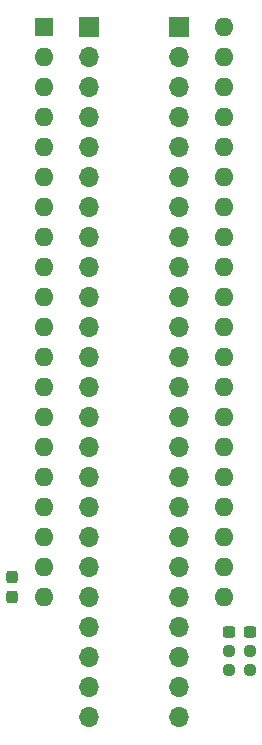
<source format=gbr>
G04 #@! TF.GenerationSoftware,KiCad,Pcbnew,8.0.4+dfsg-1*
G04 #@! TF.CreationDate,2025-02-22T20:37:06+09:00*
G04 #@! TF.ProjectId,bionic-tms9981-dcdc,62696f6e-6963-42d7-946d-73393938312d,3*
G04 #@! TF.SameCoordinates,Original*
G04 #@! TF.FileFunction,Soldermask,Bot*
G04 #@! TF.FilePolarity,Negative*
%FSLAX46Y46*%
G04 Gerber Fmt 4.6, Leading zero omitted, Abs format (unit mm)*
G04 Created by KiCad (PCBNEW 8.0.4+dfsg-1) date 2025-02-22 20:37:06*
%MOMM*%
%LPD*%
G01*
G04 APERTURE LIST*
G04 Aperture macros list*
%AMRoundRect*
0 Rectangle with rounded corners*
0 $1 Rounding radius*
0 $2 $3 $4 $5 $6 $7 $8 $9 X,Y pos of 4 corners*
0 Add a 4 corners polygon primitive as box body*
4,1,4,$2,$3,$4,$5,$6,$7,$8,$9,$2,$3,0*
0 Add four circle primitives for the rounded corners*
1,1,$1+$1,$2,$3*
1,1,$1+$1,$4,$5*
1,1,$1+$1,$6,$7*
1,1,$1+$1,$8,$9*
0 Add four rect primitives between the rounded corners*
20,1,$1+$1,$2,$3,$4,$5,0*
20,1,$1+$1,$4,$5,$6,$7,0*
20,1,$1+$1,$6,$7,$8,$9,0*
20,1,$1+$1,$8,$9,$2,$3,0*%
G04 Aperture macros list end*
%ADD10R,1.600000X1.600000*%
%ADD11O,1.600000X1.600000*%
%ADD12R,1.700000X1.700000*%
%ADD13O,1.700000X1.700000*%
%ADD14RoundRect,0.237500X-0.250000X-0.237500X0.250000X-0.237500X0.250000X0.237500X-0.250000X0.237500X0*%
%ADD15RoundRect,0.237500X0.300000X0.237500X-0.300000X0.237500X-0.300000X-0.237500X0.300000X-0.237500X0*%
%ADD16RoundRect,0.237500X0.237500X-0.300000X0.237500X0.300000X-0.237500X0.300000X-0.237500X-0.300000X0*%
%ADD17RoundRect,0.237500X0.250000X0.237500X-0.250000X0.237500X-0.250000X-0.237500X0.250000X-0.237500X0*%
G04 APERTURE END LIST*
D10*
X106080000Y-75080000D03*
D11*
X106080000Y-77620000D03*
X106080000Y-80160000D03*
X106080000Y-82700000D03*
X106080000Y-85240000D03*
X106080000Y-87780000D03*
X106080000Y-90320000D03*
X106080000Y-92860000D03*
X106080000Y-95400000D03*
X106080000Y-97940000D03*
X106080000Y-100480000D03*
X106080000Y-103020000D03*
X106080000Y-105560000D03*
X106080000Y-108100000D03*
X106080000Y-110640000D03*
X106080000Y-113180000D03*
X106080000Y-115720000D03*
X106080000Y-118260000D03*
X106080000Y-120800000D03*
X106080000Y-123340000D03*
X121320000Y-123340000D03*
X121320000Y-120800000D03*
X121320000Y-118260000D03*
X121320000Y-115720000D03*
X121320000Y-113180000D03*
X121320000Y-110640000D03*
X121320000Y-108100000D03*
X121320000Y-105560000D03*
X121320000Y-103020000D03*
X121320000Y-100480000D03*
X121320000Y-97940000D03*
X121320000Y-95400000D03*
X121320000Y-92860000D03*
X121320000Y-90320000D03*
X121320000Y-87780000D03*
X121320000Y-85240000D03*
X121320000Y-82700000D03*
X121320000Y-80160000D03*
X121320000Y-77620000D03*
X121320000Y-75080000D03*
D12*
X109890000Y-75080000D03*
D13*
X109890000Y-77620000D03*
X109890000Y-80160000D03*
X109890000Y-82700000D03*
X109890000Y-85240000D03*
X109890000Y-87780000D03*
X109890000Y-90320000D03*
X109890000Y-92860000D03*
X109890000Y-95400000D03*
X109890000Y-97940000D03*
X109890000Y-100480000D03*
X109890000Y-103020000D03*
X109890000Y-105560000D03*
X109890000Y-108100000D03*
X109890000Y-110640000D03*
X109890000Y-113180000D03*
X109890000Y-115720000D03*
X109890000Y-118260000D03*
X109890000Y-120800000D03*
X109890000Y-123340000D03*
X109890000Y-125880000D03*
X109890000Y-128420000D03*
X109890000Y-130960000D03*
X109890000Y-133500000D03*
D14*
X121702900Y-129537600D03*
X123527900Y-129537600D03*
D15*
X123477900Y-126261000D03*
X121752900Y-126261000D03*
D13*
X117510000Y-133500000D03*
X117510000Y-130960000D03*
X117510000Y-128420000D03*
X117510000Y-125880000D03*
X117510000Y-123340000D03*
X117510000Y-120800000D03*
X117510000Y-118260000D03*
X117510000Y-115720000D03*
X117510000Y-113180000D03*
X117510000Y-110640000D03*
X117510000Y-108100000D03*
X117510000Y-105560000D03*
X117510000Y-103020000D03*
X117510000Y-100480000D03*
X117510000Y-97940000D03*
X117510000Y-95400000D03*
X117510000Y-92860000D03*
X117510000Y-90320000D03*
X117510000Y-87780000D03*
X117510000Y-85240000D03*
X117510000Y-82700000D03*
X117510000Y-80160000D03*
X117510000Y-77620000D03*
D12*
X117510000Y-75080000D03*
D16*
X103336800Y-123338900D03*
X103336800Y-121613900D03*
D17*
X123527900Y-127886600D03*
X121702900Y-127886600D03*
M02*

</source>
